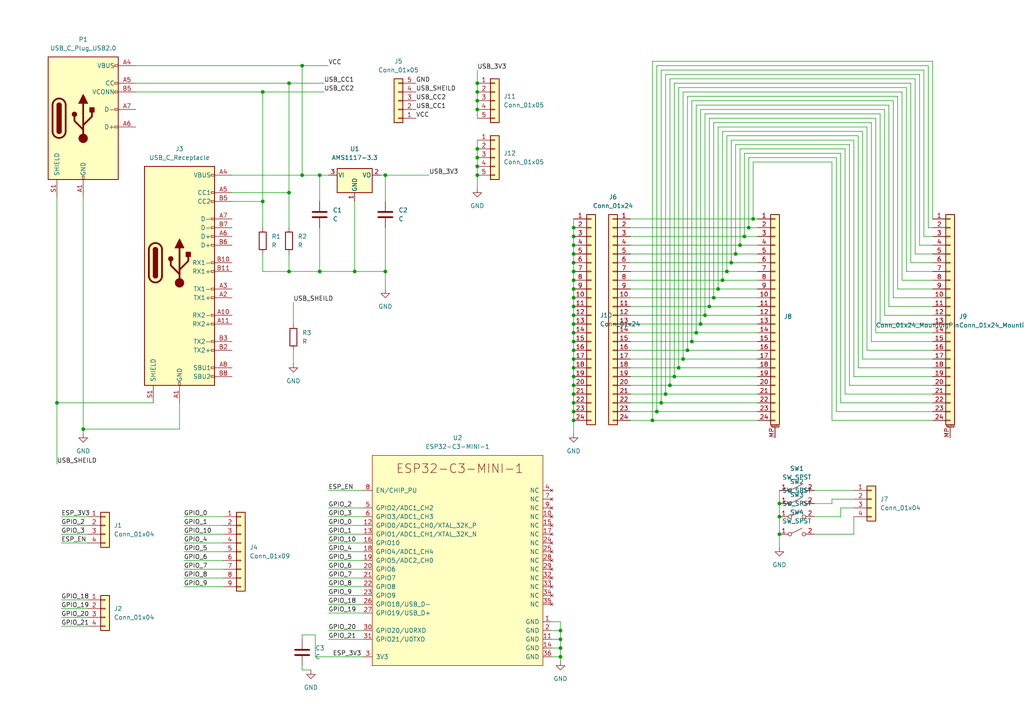
<source format=kicad_sch>
(kicad_sch (version 20211123) (generator eeschema)
  (paper "A4")
  (lib_symbols
    (symbol "Connector:USB_C_Plug_USB2.0" (pin_names (offset 1.016))
      (property "Reference" "P" (at -10.16 19.05 0))
      (property "Value" "USB_C_Plug_USB2.0" (at 12.7 19.05 0))
      (symbol "USB_C_Plug_USB2.0_0_0"
        (rectangle (start -0.254 -17.78) (end 0.254 -16.764))
        (rectangle (start 10.16 -2.286) (end 9.144 -2.794))
        (rectangle (start 10.16 2.794) (end 9.144 2.286))
        (rectangle (start 10.16 7.874) (end 9.144 7.366))
        (rectangle (start 10.16 10.414) (end 9.144 9.906))
        (rectangle (start 10.16 15.494) (end 9.144 14.986))
      )
      (symbol "USB_C_Plug_USB2.0_0_1"
        (rectangle (start -10.16 17.78) (end 10.16 -17.78) (stroke (width 0.254)) (fill (type background)))
        (arc (start -8.89 -3.81) (mid -6.985 -5.715) (end -5.08 -3.81) (stroke (width 0.508)))
        (arc (start -7.62 -3.81) (mid -6.985 -4.445) (end -6.35 -3.81) (stroke (width 0.254)))
        (arc (start -7.62 -3.81) (mid -6.985 -4.445) (end -6.35 -3.81) (stroke (width 0.254)) (fill (type outline)))
        (rectangle (start -7.62 -3.81) (end -6.35 3.81) (stroke (width 0.254)) (fill (type outline)))
        (arc (start -6.35 3.81) (mid -6.985 4.445) (end -7.62 3.81) (stroke (width 0.254)))
        (arc (start -6.35 3.81) (mid -6.985 4.445) (end -7.62 3.81) (stroke (width 0.254)) (fill (type outline)))
        (arc (start -5.08 3.81) (mid -6.985 5.715) (end -8.89 3.81) (stroke (width 0.508)))
        (circle (center -2.54 1.143) (radius 0.635) (stroke (width 0.254)) (fill (type outline)))
        (circle (center 0 -5.842) (radius 1.27) (fill (type outline)))
        (polyline (pts (xy -8.89 -3.81) (xy -8.89 3.81)) (stroke (width 0.508)))
        (polyline (pts (xy -5.08 3.81) (xy -5.08 -3.81)) (stroke (width 0.508)))
        (polyline (pts (xy 0 -5.842) (xy 0 4.318)) (stroke (width 0.508)))
        (polyline (pts (xy 0 -3.302) (xy -2.54 -0.762) (xy -2.54 0.508)) (stroke (width 0.508)))
        (polyline (pts (xy 0 -2.032) (xy 2.54 0.508) (xy 2.54 1.778)) (stroke (width 0.508)))
        (polyline (pts (xy -1.27 4.318) (xy 0 6.858) (xy 1.27 4.318) (xy -1.27 4.318)) (stroke (width 0.254)) (fill (type outline)))
        (rectangle (start 1.905 1.778) (end 3.175 3.048) (stroke (width 0.254)) (fill (type outline)))
      )
      (symbol "USB_C_Plug_USB2.0_1_1"
        (pin passive line (at 0 -22.86 90) (length 5.08) (name "GND") (number "A1"))
        (pin passive line (at 0 -22.86 90) (length 5.08) hide (name "GND") (number "A12"))
        (pin passive line (at 15.24 15.24 180) (length 5.08) (name "VBUS") (number "A4"))
        (pin bidirectional line (at 15.24 10.16 180) (length 5.08) (name "CC") (number "A5"))
        (pin bidirectional line (at 15.24 -2.54 180) (length 5.08) (name "D+") (number "A6"))
        (pin bidirectional line (at 15.24 2.54 180) (length 5.08) (name "D-") (number "A7"))
        (pin passive line (at 15.24 15.24 180) (length 5.08) hide (name "VBUS") (number "A9"))
        (pin passive line (at 0 -22.86 90) (length 5.08) hide (name "GND") (number "B1"))
        (pin passive line (at 0 -22.86 90) (length 5.08) hide (name "GND") (number "B12"))
        (pin passive line (at 15.24 15.24 180) (length 5.08) hide (name "VBUS") (number "B4"))
        (pin bidirectional line (at 15.24 7.62 180) (length 5.08) (name "VCONN") (number "B5"))
        (pin passive line (at 15.24 15.24 180) (length 5.08) hide (name "VBUS") (number "B9"))
        (pin passive line (at -7.62 -22.86 90) (length 5.08) (name "SHIELD") (number "S1"))
      )
    )
    (symbol "Connector:USB_C_Receptacle" (pin_names (offset 1.016))
      (property "Reference" "J" (at -10.16 29.21 0))
      (property "Value" "USB_C_Receptacle" (at 10.16 29.21 0))
      (symbol "USB_C_Receptacle_0_0"
        (rectangle (start -0.254 -35.56) (end 0.254 -34.544))
        (rectangle (start 10.16 -32.766) (end 9.144 -33.274))
        (rectangle (start 10.16 -30.226) (end 9.144 -30.734))
        (rectangle (start 10.16 -25.146) (end 9.144 -25.654))
        (rectangle (start 10.16 -22.606) (end 9.144 -23.114))
        (rectangle (start 10.16 -17.526) (end 9.144 -18.034))
        (rectangle (start 10.16 -14.986) (end 9.144 -15.494))
        (rectangle (start 10.16 -9.906) (end 9.144 -10.414))
        (rectangle (start 10.16 -7.366) (end 9.144 -7.874))
        (rectangle (start 10.16 -2.286) (end 9.144 -2.794))
        (rectangle (start 10.16 0.254) (end 9.144 -0.254))
        (rectangle (start 10.16 5.334) (end 9.144 4.826))
        (rectangle (start 10.16 7.874) (end 9.144 7.366))
        (rectangle (start 10.16 10.414) (end 9.144 9.906))
        (rectangle (start 10.16 12.954) (end 9.144 12.446))
        (rectangle (start 10.16 18.034) (end 9.144 17.526))
        (rectangle (start 10.16 20.574) (end 9.144 20.066))
        (rectangle (start 10.16 25.654) (end 9.144 25.146))
      )
      (symbol "USB_C_Receptacle_0_1"
        (rectangle (start -10.16 27.94) (end 10.16 -35.56) (stroke (width 0.254)) (fill (type background)))
        (arc (start -8.89 -3.81) (mid -6.985 -5.715) (end -5.08 -3.81) (stroke (width 0.508)))
        (arc (start -7.62 -3.81) (mid -6.985 -4.445) (end -6.35 -3.81) (stroke (width 0.254)))
        (arc (start -7.62 -3.81) (mid -6.985 -4.445) (end -6.35 -3.81) (stroke (width 0.254)) (fill (type outline)))
        (rectangle (start -7.62 -3.81) (end -6.35 3.81) (stroke (width 0.254)) (fill (type outline)))
        (arc (start -6.35 3.81) (mid -6.985 4.445) (end -7.62 3.81) (stroke (width 0.254)))
        (arc (start -6.35 3.81) (mid -6.985 4.445) (end -7.62 3.81) (stroke (width 0.254)) (fill (type outline)))
        (arc (start -5.08 3.81) (mid -6.985 5.715) (end -8.89 3.81) (stroke (width 0.508)))
        (polyline (pts (xy -8.89 -3.81) (xy -8.89 3.81)) (stroke (width 0.508)))
        (polyline (pts (xy -5.08 3.81) (xy -5.08 -3.81)) (stroke (width 0.508)))
      )
      (symbol "USB_C_Receptacle_1_1"
        (circle (center -2.54 1.143) (radius 0.635) (stroke (width 0.254)) (fill (type outline)))
        (circle (center 0 -5.842) (radius 1.27) (fill (type outline)))
        (polyline (pts (xy 0 -5.842) (xy 0 4.318)) (stroke (width 0.508)))
        (polyline (pts (xy 0 -3.302) (xy -2.54 -0.762) (xy -2.54 0.508)) (stroke (width 0.508)))
        (polyline (pts (xy 0 -2.032) (xy 2.54 0.508) (xy 2.54 1.778)) (stroke (width 0.508)))
        (polyline (pts (xy -1.27 4.318) (xy 0 6.858) (xy 1.27 4.318) (xy -1.27 4.318)) (stroke (width 0.254)) (fill (type outline)))
        (rectangle (start 1.905 1.778) (end 3.175 3.048) (stroke (width 0.254)) (fill (type outline)))
        (pin passive line (at 0 -40.64 90) (length 5.08) (name "GND") (number "A1"))
        (pin bidirectional line (at 15.24 -15.24 180) (length 5.08) (name "RX2-") (number "A10"))
        (pin bidirectional line (at 15.24 -17.78 180) (length 5.08) (name "RX2+") (number "A11"))
        (pin passive line (at 0 -40.64 90) (length 5.08) hide (name "GND") (number "A12"))
        (pin bidirectional line (at 15.24 -10.16 180) (length 5.08) (name "TX1+") (number "A2"))
        (pin bidirectional line (at 15.24 -7.62 180) (length 5.08) (name "TX1-") (number "A3"))
        (pin passive line (at 15.24 25.4 180) (length 5.08) (name "VBUS") (number "A4"))
        (pin bidirectional line (at 15.24 20.32 180) (length 5.08) (name "CC1") (number "A5"))
        (pin bidirectional line (at 15.24 7.62 180) (length 5.08) (name "D+") (number "A6"))
        (pin bidirectional line (at 15.24 12.7 180) (length 5.08) (name "D-") (number "A7"))
        (pin bidirectional line (at 15.24 -30.48 180) (length 5.08) (name "SBU1") (number "A8"))
        (pin passive line (at 15.24 25.4 180) (length 5.08) hide (name "VBUS") (number "A9"))
        (pin passive line (at 0 -40.64 90) (length 5.08) hide (name "GND") (number "B1"))
        (pin bidirectional line (at 15.24 0 180) (length 5.08) (name "RX1-") (number "B10"))
        (pin bidirectional line (at 15.24 -2.54 180) (length 5.08) (name "RX1+") (number "B11"))
        (pin passive line (at 0 -40.64 90) (length 5.08) hide (name "GND") (number "B12"))
        (pin bidirectional line (at 15.24 -25.4 180) (length 5.08) (name "TX2+") (number "B2"))
        (pin bidirectional line (at 15.24 -22.86 180) (length 5.08) (name "TX2-") (number "B3"))
        (pin passive line (at 15.24 25.4 180) (length 5.08) hide (name "VBUS") (number "B4"))
        (pin bidirectional line (at 15.24 17.78 180) (length 5.08) (name "CC2") (number "B5"))
        (pin bidirectional line (at 15.24 5.08 180) (length 5.08) (name "D+") (number "B6"))
        (pin bidirectional line (at 15.24 10.16 180) (length 5.08) (name "D-") (number "B7"))
        (pin bidirectional line (at 15.24 -33.02 180) (length 5.08) (name "SBU2") (number "B8"))
        (pin passive line (at 15.24 25.4 180) (length 5.08) hide (name "VBUS") (number "B9"))
        (pin passive line (at -7.62 -40.64 90) (length 5.08) (name "SHIELD") (number "S1"))
      )
    )
    (symbol "Connector_Generic:Conn_01x04" (pin_names (offset 1.016) hide)
      (property "Reference" "J" (at 0 5.08 0))
      (property "Value" "Conn_01x04" (at 0 -7.62 0))
      (symbol "Conn_01x04_1_1"
        (rectangle (start -1.27 -4.953) (end 0 -5.207) (stroke (width 0.1524)))
        (rectangle (start -1.27 -2.413) (end 0 -2.667) (stroke (width 0.1524)))
        (rectangle (start -1.27 0.127) (end 0 -0.127) (stroke (width 0.1524)))
        (rectangle (start -1.27 2.667) (end 0 2.413) (stroke (width 0.1524)))
        (rectangle (start -1.27 3.81) (end 1.27 -6.35) (stroke (width 0.254)) (fill (type background)))
        (pin passive line (at -5.08 2.54 0) (length 3.81) (name "Pin_1") (number "1"))
        (pin passive line (at -5.08 0 0) (length 3.81) (name "Pin_2") (number "2"))
        (pin passive line (at -5.08 -2.54 0) (length 3.81) (name "Pin_3") (number "3"))
        (pin passive line (at -5.08 -5.08 0) (length 3.81) (name "Pin_4") (number "4"))
      )
    )
    (symbol "Connector_Generic:Conn_01x05" (pin_names (offset 1.016) hide)
      (property "Reference" "J" (at 0 7.62 0))
      (property "Value" "Conn_01x05" (at 0 -7.62 0))
      (symbol "Conn_01x05_1_1"
        (rectangle (start -1.27 -4.953) (end 0 -5.207) (stroke (width 0.1524)))
        (rectangle (start -1.27 -2.413) (end 0 -2.667) (stroke (width 0.1524)))
        (rectangle (start -1.27 0.127) (end 0 -0.127) (stroke (width 0.1524)))
        (rectangle (start -1.27 2.667) (end 0 2.413) (stroke (width 0.1524)))
        (rectangle (start -1.27 5.207) (end 0 4.953) (stroke (width 0.1524)))
        (rectangle (start -1.27 6.35) (end 1.27 -6.35) (stroke (width 0.254)) (fill (type background)))
        (pin passive line (at -5.08 5.08 0) (length 3.81) (name "Pin_1") (number "1"))
        (pin passive line (at -5.08 2.54 0) (length 3.81) (name "Pin_2") (number "2"))
        (pin passive line (at -5.08 0 0) (length 3.81) (name "Pin_3") (number "3"))
        (pin passive line (at -5.08 -2.54 0) (length 3.81) (name "Pin_4") (number "4"))
        (pin passive line (at -5.08 -5.08 0) (length 3.81) (name "Pin_5") (number "5"))
      )
    )
    (symbol "Connector_Generic:Conn_01x09" (pin_names (offset 1.016) hide)
      (property "Reference" "J" (at 0 12.7 0))
      (property "Value" "Conn_01x09" (at 0 -12.7 0))
      (symbol "Conn_01x09_1_1"
        (rectangle (start -1.27 -10.033) (end 0 -10.287) (stroke (width 0.1524)))
        (rectangle (start -1.27 -7.493) (end 0 -7.747) (stroke (width 0.1524)))
        (rectangle (start -1.27 -4.953) (end 0 -5.207) (stroke (width 0.1524)))
        (rectangle (start -1.27 -2.413) (end 0 -2.667) (stroke (width 0.1524)))
        (rectangle (start -1.27 0.127) (end 0 -0.127) (stroke (width 0.1524)))
        (rectangle (start -1.27 2.667) (end 0 2.413) (stroke (width 0.1524)))
        (rectangle (start -1.27 5.207) (end 0 4.953) (stroke (width 0.1524)))
        (rectangle (start -1.27 7.747) (end 0 7.493) (stroke (width 0.1524)))
        (rectangle (start -1.27 10.287) (end 0 10.033) (stroke (width 0.1524)))
        (rectangle (start -1.27 11.43) (end 1.27 -11.43) (stroke (width 0.254)) (fill (type background)))
        (pin passive line (at -5.08 10.16 0) (length 3.81) (name "Pin_1") (number "1"))
        (pin passive line (at -5.08 7.62 0) (length 3.81) (name "Pin_2") (number "2"))
        (pin passive line (at -5.08 5.08 0) (length 3.81) (name "Pin_3") (number "3"))
        (pin passive line (at -5.08 2.54 0) (length 3.81) (name "Pin_4") (number "4"))
        (pin passive line (at -5.08 0 0) (length 3.81) (name "Pin_5") (number "5"))
        (pin passive line (at -5.08 -2.54 0) (length 3.81) (name "Pin_6") (number "6"))
        (pin passive line (at -5.08 -5.08 0) (length 3.81) (name "Pin_7") (number "7"))
        (pin passive line (at -5.08 -7.62 0) (length 3.81) (name "Pin_8") (number "8"))
        (pin passive line (at -5.08 -10.16 0) (length 3.81) (name "Pin_9") (number "9"))
      )
    )
    (symbol "Connector_Generic:Conn_01x24" (pin_names (offset 1.016) hide)
      (property "Reference" "J" (at 0 30.48 0))
      (property "Value" "Conn_01x24" (at 0 -33.02 0))
      (symbol "Conn_01x24_1_1"
        (rectangle (start -1.27 -30.353) (end 0 -30.607) (stroke (width 0.1524)))
        (rectangle (start -1.27 -27.813) (end 0 -28.067) (stroke (width 0.1524)))
        (rectangle (start -1.27 -25.273) (end 0 -25.527) (stroke (width 0.1524)))
        (rectangle (start -1.27 -22.733) (end 0 -22.987) (stroke (width 0.1524)))
        (rectangle (start -1.27 -20.193) (end 0 -20.447) (stroke (width 0.1524)))
        (rectangle (start -1.27 -17.653) (end 0 -17.907) (stroke (width 0.1524)))
        (rectangle (start -1.27 -15.113) (end 0 -15.367) (stroke (width 0.1524)))
        (rectangle (start -1.27 -12.573) (end 0 -12.827) (stroke (width 0.1524)))
        (rectangle (start -1.27 -10.033) (end 0 -10.287) (stroke (width 0.1524)))
        (rectangle (start -1.27 -7.493) (end 0 -7.747) (stroke (width 0.1524)))
        (rectangle (start -1.27 -4.953) (end 0 -5.207) (stroke (width 0.1524)))
        (rectangle (start -1.27 -2.413) (end 0 -2.667) (stroke (width 0.1524)))
        (rectangle (start -1.27 0.127) (end 0 -0.127) (stroke (width 0.1524)))
        (rectangle (start -1.27 2.667) (end 0 2.413) (stroke (width 0.1524)))
        (rectangle (start -1.27 5.207) (end 0 4.953) (stroke (width 0.1524)))
        (rectangle (start -1.27 7.747) (end 0 7.493) (stroke (width 0.1524)))
        (rectangle (start -1.27 10.287) (end 0 10.033) (stroke (width 0.1524)))
        (rectangle (start -1.27 12.827) (end 0 12.573) (stroke (width 0.1524)))
        (rectangle (start -1.27 15.367) (end 0 15.113) (stroke (width 0.1524)))
        (rectangle (start -1.27 17.907) (end 0 17.653) (stroke (width 0.1524)))
        (rectangle (start -1.27 20.447) (end 0 20.193) (stroke (width 0.1524)))
        (rectangle (start -1.27 22.987) (end 0 22.733) (stroke (width 0.1524)))
        (rectangle (start -1.27 25.527) (end 0 25.273) (stroke (width 0.1524)))
        (rectangle (start -1.27 28.067) (end 0 27.813) (stroke (width 0.1524)))
        (rectangle (start -1.27 29.21) (end 1.27 -31.75) (stroke (width 0.254)) (fill (type background)))
        (pin passive line (at -5.08 27.94 0) (length 3.81) (name "Pin_1") (number "1"))
        (pin passive line (at -5.08 5.08 0) (length 3.81) (name "Pin_10") (number "10"))
        (pin passive line (at -5.08 2.54 0) (length 3.81) (name "Pin_11") (number "11"))
        (pin passive line (at -5.08 0 0) (length 3.81) (name "Pin_12") (number "12"))
        (pin passive line (at -5.08 -2.54 0) (length 3.81) (name "Pin_13") (number "13"))
        (pin passive line (at -5.08 -5.08 0) (length 3.81) (name "Pin_14") (number "14"))
        (pin passive line (at -5.08 -7.62 0) (length 3.81) (name "Pin_15") (number "15"))
        (pin passive line (at -5.08 -10.16 0) (length 3.81) (name "Pin_16") (number "16"))
        (pin passive line (at -5.08 -12.7 0) (length 3.81) (name "Pin_17") (number "17"))
        (pin passive line (at -5.08 -15.24 0) (length 3.81) (name "Pin_18") (number "18"))
        (pin passive line (at -5.08 -17.78 0) (length 3.81) (name "Pin_19") (number "19"))
        (pin passive line (at -5.08 25.4 0) (length 3.81) (name "Pin_2") (number "2"))
        (pin passive line (at -5.08 -20.32 0) (length 3.81) (name "Pin_20") (number "20"))
        (pin passive line (at -5.08 -22.86 0) (length 3.81) (name "Pin_21") (number "21"))
        (pin passive line (at -5.08 -25.4 0) (length 3.81) (name "Pin_22") (number "22"))
        (pin passive line (at -5.08 -27.94 0) (length 3.81) (name "Pin_23") (number "23"))
        (pin passive line (at -5.08 -30.48 0) (length 3.81) (name "Pin_24") (number "24"))
        (pin passive line (at -5.08 22.86 0) (length 3.81) (name "Pin_3") (number "3"))
        (pin passive line (at -5.08 20.32 0) (length 3.81) (name "Pin_4") (number "4"))
        (pin passive line (at -5.08 17.78 0) (length 3.81) (name "Pin_5") (number "5"))
        (pin passive line (at -5.08 15.24 0) (length 3.81) (name "Pin_6") (number "6"))
        (pin passive line (at -5.08 12.7 0) (length 3.81) (name "Pin_7") (number "7"))
        (pin passive line (at -5.08 10.16 0) (length 3.81) (name "Pin_8") (number "8"))
        (pin passive line (at -5.08 7.62 0) (length 3.81) (name "Pin_9") (number "9"))
      )
    )
    (symbol "Connector_Generic_MountingPin:Conn_01x24_MountingPin" (pin_names (offset 1.016) hide)
      (property "Reference" "J" (at 0 30.48 0))
      (property "Value" "Conn_01x24_MountingPin" (at 1.27 -33.02 0))
      (symbol "Conn_01x24_MountingPin_1_1"
        (rectangle (start -1.27 -30.353) (end 0 -30.607) (stroke (width 0.1524)))
        (rectangle (start -1.27 -27.813) (end 0 -28.067) (stroke (width 0.1524)))
        (rectangle (start -1.27 -25.273) (end 0 -25.527) (stroke (width 0.1524)))
        (rectangle (start -1.27 -22.733) (end 0 -22.987) (stroke (width 0.1524)))
        (rectangle (start -1.27 -20.193) (end 0 -20.447) (stroke (width 0.1524)))
        (rectangle (start -1.27 -17.653) (end 0 -17.907) (stroke (width 0.1524)))
        (rectangle (start -1.27 -15.113) (end 0 -15.367) (stroke (width 0.1524)))
        (rectangle (start -1.27 -12.573) (end 0 -12.827) (stroke (width 0.1524)))
        (rectangle (start -1.27 -10.033) (end 0 -10.287) (stroke (width 0.1524)))
        (rectangle (start -1.27 -7.493) (end 0 -7.747) (stroke (width 0.1524)))
        (rectangle (start -1.27 -4.953) (end 0 -5.207) (stroke (width 0.1524)))
        (rectangle (start -1.27 -2.413) (end 0 -2.667) (stroke (width 0.1524)))
        (rectangle (start -1.27 0.127) (end 0 -0.127) (stroke (width 0.1524)))
        (rectangle (start -1.27 2.667) (end 0 2.413) (stroke (width 0.1524)))
        (rectangle (start -1.27 5.207) (end 0 4.953) (stroke (width 0.1524)))
        (rectangle (start -1.27 7.747) (end 0 7.493) (stroke (width 0.1524)))
        (rectangle (start -1.27 10.287) (end 0 10.033) (stroke (width 0.1524)))
        (rectangle (start -1.27 12.827) (end 0 12.573) (stroke (width 0.1524)))
        (rectangle (start -1.27 15.367) (end 0 15.113) (stroke (width 0.1524)))
        (rectangle (start -1.27 17.907) (end 0 17.653) (stroke (width 0.1524)))
        (rectangle (start -1.27 20.447) (end 0 20.193) (stroke (width 0.1524)))
        (rectangle (start -1.27 22.987) (end 0 22.733) (stroke (width 0.1524)))
        (rectangle (start -1.27 25.527) (end 0 25.273) (stroke (width 0.1524)))
        (rectangle (start -1.27 28.067) (end 0 27.813) (stroke (width 0.1524)))
        (rectangle (start -1.27 29.21) (end 1.27 -31.75) (stroke (width 0.254)) (fill (type background)))
        (polyline (pts (xy -1.016 -32.512) (xy 1.016 -32.512)) (stroke (width 0.1524)))
        (text "Mounting" (at 0 -32.131 0) (effects (font (size 0.381 0.381))))
        (pin passive line (at -5.08 27.94 0) (length 3.81) (name "Pin_1") (number "1"))
        (pin passive line (at -5.08 5.08 0) (length 3.81) (name "Pin_10") (number "10"))
        (pin passive line (at -5.08 2.54 0) (length 3.81) (name "Pin_11") (number "11"))
        (pin passive line (at -5.08 0 0) (length 3.81) (name "Pin_12") (number "12"))
        (pin passive line (at -5.08 -2.54 0) (length 3.81) (name "Pin_13") (number "13"))
        (pin passive line (at -5.08 -5.08 0) (length 3.81) (name "Pin_14") (number "14"))
        (pin passive line (at -5.08 -7.62 0) (length 3.81) (name "Pin_15") (number "15"))
        (pin passive line (at -5.08 -10.16 0) (length 3.81) (name "Pin_16") (number "16"))
        (pin passive line (at -5.08 -12.7 0) (length 3.81) (name "Pin_17") (number "17"))
        (pin passive line (at -5.08 -15.24 0) (length 3.81) (name "Pin_18") (number "18"))
        (pin passive line (at -5.08 -17.78 0) (length 3.81) (name "Pin_19") (number "19"))
        (pin passive line (at -5.08 25.4 0) (length 3.81) (name "Pin_2") (number "2"))
        (pin passive line (at -5.08 -20.32 0) (length 3.81) (name "Pin_20") (number "20"))
        (pin passive line (at -5.08 -22.86 0) (length 3.81) (name "Pin_21") (number "21"))
        (pin passive line (at -5.08 -25.4 0) (length 3.81) (name "Pin_22") (number "22"))
        (pin passive line (at -5.08 -27.94 0) (length 3.81) (name "Pin_23") (number "23"))
        (pin passive line (at -5.08 -30.48 0) (length 3.81) (name "Pin_24") (number "24"))
        (pin passive line (at -5.08 22.86 0) (length 3.81) (name "Pin_3") (number "3"))
        (pin passive line (at -5.08 20.32 0) (length 3.81) (name "Pin_4") (number "4"))
        (pin passive line (at -5.08 17.78 0) (length 3.81) (name "Pin_5") (number "5"))
        (pin passive line (at -5.08 15.24 0) (length 3.81) (name "Pin_6") (number "6"))
        (pin passive line (at -5.08 12.7 0) (length 3.81) (name "Pin_7") (number "7"))
        (pin passive line (at -5.08 10.16 0) (length 3.81) (name "Pin_8") (number "8"))
        (pin passive line (at -5.08 7.62 0) (length 3.81) (name "Pin_9") (number "9"))
        (pin passive line (at 0 -35.56 90) (length 3.048) (name "MountPin") (number "MP"))
      )
    )
    (symbol "Device:C" (pin_numbers hide) (pin_names (offset 0.254))
      (property "Reference" "C" (at 0.635 2.54 0))
      (property "Value" "C" (at 0.635 -2.54 0))
      (symbol "C_0_1"
        (polyline (pts (xy -2.032 -0.762) (xy 2.032 -0.762)) (stroke (width 0.508)))
        (polyline (pts (xy -2.032 0.762) (xy 2.032 0.762)) (stroke (width 0.508)))
      )
      (symbol "C_1_1"
        (pin passive line (at 0 3.81 270) (length 2.794) (name "~") (number "1"))
        (pin passive line (at 0 -3.81 90) (length 2.794) (name "~") (number "2"))
      )
    )
    (symbol "Device:R" (pin_numbers hide) (pin_names (offset 0))
      (property "Reference" "R" (at 2.032 0 90))
      (property "Value" "R" (at 0 0 90))
      (symbol "R_0_1"
        (rectangle (start -1.016 -2.54) (end 1.016 2.54) (stroke (width 0.254)))
      )
      (symbol "R_1_1"
        (pin passive line (at 0 3.81 270) (length 1.27) (name "~") (number "1"))
        (pin passive line (at 0 -3.81 90) (length 1.27) (name "~") (number "2"))
      )
    )
    (symbol "ESP32:ESP32-C3-MINI-1" (pin_names (offset 1.016))
      (property "Reference" "U" (at 0 33.02 0))
      (property "Value" "ESP32-C3-MINI-1" (at 0 -30.48 0))
      (symbol "ESP32-C3-MINI-1_0_0"
        (text "ESP32-C3-MINI-1" (at 1.27 27.94 0) (effects (font (size 2.54 2.54))))
      )
      (symbol "ESP32-C3-MINI-1_0_1"
        (rectangle (start -24.13 31.75) (end 25.4 -29.21) (fill (type background)))
      )
      (symbol "ESP32-C3-MINI-1_1_1"
        (pin power_in line (at 27.94 -16.51 180) (length 2.54) (name "GND") (number "1"))
        (pin no_connect line (at 27.94 13.97 180) (length 2.54) (name "NC") (number "10"))
        (pin power_in line (at 27.94 -21.59 180) (length 2.54) (name "GND") (number "11"))
        (pin bidirectional line (at -26.67 11.43 0) (length 2.54) (name "GPIO0/ADC1_CH0/XTAL_32K_P") (number "12"))
        (pin bidirectional line (at -26.67 8.89 0) (length 2.54) (name "GPIO1/ADC1_CH1/XTAL_32K_N") (number "13"))
        (pin power_in line (at 27.94 -24.13 180) (length 2.54) (name "GND") (number "14"))
        (pin no_connect line (at 27.94 11.43 180) (length 2.54) (name "NC") (number "15"))
        (pin bidirectional line (at -26.67 6.35 0) (length 2.54) (name "GPIO10") (number "16"))
        (pin no_connect line (at 27.94 8.89 180) (length 2.54) (name "NC") (number "17"))
        (pin bidirectional line (at -26.67 3.81 0) (length 2.54) (name "GPIO4/ADC1_CH4") (number "18"))
        (pin bidirectional line (at -26.67 1.27 0) (length 2.54) (name "GPIO5/ADC2_CH0") (number "19"))
        (pin power_in line (at 27.94 -19.05 180) (length 2.54) (name "GND") (number "2"))
        (pin bidirectional line (at -26.67 -1.27 0) (length 2.54) (name "GPIO6") (number "20"))
        (pin bidirectional line (at -26.67 -3.81 0) (length 2.54) (name "GPIO7") (number "21"))
        (pin bidirectional line (at -26.67 -6.35 0) (length 2.54) (name "GPIO8") (number "22"))
        (pin bidirectional line (at -26.67 -8.89 0) (length 2.54) (name "GPIO9") (number "23"))
        (pin no_connect line (at 27.94 6.35 180) (length 2.54) (name "NC") (number "24"))
        (pin no_connect line (at 27.94 3.81 180) (length 2.54) (name "NC") (number "25"))
        (pin bidirectional line (at -26.67 -11.43 0) (length 2.54) (name "GPIO18/USB_D-") (number "26"))
        (pin bidirectional line (at -26.67 -13.97 0) (length 2.54) (name "GPIO19/USB_D+") (number "27"))
        (pin no_connect line (at 27.94 1.27 180) (length 2.54) (name "NC") (number "28"))
        (pin no_connect line (at 27.94 -1.27 180) (length 2.54) (name "NC") (number "29"))
        (pin power_in line (at -26.67 -26.67 0) (length 2.54) (name "3V3") (number "3"))
        (pin bidirectional line (at -26.67 -19.05 0) (length 2.54) (name "GPIO20/U0RXD") (number "30"))
        (pin bidirectional line (at -26.67 -21.59 0) (length 2.54) (name "GPIO21/U0TXD") (number "31"))
        (pin no_connect line (at 27.94 -3.81 180) (length 2.54) (name "NC") (number "32"))
        (pin no_connect line (at 27.94 -6.35 180) (length 2.54) (name "NC") (number "33"))
        (pin no_connect line (at 27.94 -8.89 180) (length 2.54) (name "NC") (number "34"))
        (pin no_connect line (at 27.94 -11.43 180) (length 2.54) (name "NC") (number "35"))
        (pin power_in line (at 27.94 -26.67 180) (length 2.54) (name "GND") (number "36"))
        (pin no_connect line (at 27.94 21.59 180) (length 2.54) (name "NC") (number "4"))
        (pin bidirectional line (at -26.67 16.51 0) (length 2.54) (name "GPIO2/ADC1_CH2") (number "5"))
        (pin bidirectional line (at -26.67 13.97 0) (length 2.54) (name "GPIO3/ADC1_CH3") (number "6"))
        (pin no_connect line (at 27.94 19.05 180) (length 2.54) (name "NC") (number "7"))
        (pin input line (at -26.67 21.59 0) (length 2.54) (name "EN/CHIP_PU") (number "8"))
        (pin no_connect line (at 27.94 16.51 180) (length 2.54) (name "NC") (number "9"))
      )
    )
    (symbol "Regulator_Linear:AMS1117-3.3" (pin_names (offset 0.254))
      (property "Reference" "U" (at -3.81 3.175 0))
      (property "Value" "AMS1117-3.3" (at 0 3.175 0))
      (symbol "AMS1117-3.3_0_1"
        (rectangle (start -5.08 -5.08) (end 5.08 1.905) (stroke (width 0.254)) (fill (type background)))
      )
      (symbol "AMS1117-3.3_1_1"
        (pin power_in line (at 0 -7.62 90) (length 2.54) (name "GND") (number "1"))
        (pin power_out line (at 7.62 0 180) (length 2.54) (name "VO") (number "2"))
        (pin power_in line (at -7.62 0 0) (length 2.54) (name "VI") (number "3"))
      )
    )
    (symbol "Switch:SW_SPST" (pin_names (offset 0) hide)
      (property "Reference" "SW" (at 0 3.175 0))
      (property "Value" "SW_SPST" (at 0 -2.54 0))
      (symbol "SW_SPST_0_0"
        (circle (center -2.032 0) (radius 0.508))
        (polyline (pts (xy -1.524 0.254) (xy 1.524 1.778)))
        (circle (center 2.032 0) (radius 0.508))
      )
      (symbol "SW_SPST_1_1"
        (pin passive line (at -5.08 0 0) (length 2.54) (name "A") (number "1"))
        (pin passive line (at 5.08 0 180) (length 2.54) (name "B") (number "2"))
      )
    )
    (symbol "power:GND" (power) (pin_names (offset 0))
      (property "Value" "GND" (at 0 -3.81 0))
      (symbol "GND_0_1"
        (polyline (pts (xy 0 0) (xy 0 -1.27) (xy 1.27 -1.27) (xy 0 -2.54) (xy -1.27 -1.27) (xy 0 -1.27)))
      )
      (symbol "GND_1_1"
        (pin power_in line (at 0 0 270) (length 0) hide (name "GND") (number "1"))
      )
    )
  )
  (junction (at 138.43 43.18))
  (junction (at 201.93 96.52))
  (junction (at 166.37 76.2))
  (junction (at 208.28 83.82))
  (junction (at 24.13 124.46))
  (junction (at 210.82 78.74))
  (junction (at 87.63 50.8))
  (junction (at 138.43 48.26))
  (junction (at 195.58 109.22))
  (junction (at 162.56 187.96))
  (junction (at 166.37 78.74))
  (junction (at 166.37 86.36))
  (junction (at 189.23 121.92))
  (junction (at 213.36 73.66))
  (junction (at 191.77 116.84))
  (junction (at 190.5 119.38))
  (junction (at 102.87 78.74))
  (junction (at 76.2 58.42))
  (junction (at 166.37 104.14))
  (junction (at 218.44 63.5))
  (junction (at 166.37 71.12))
  (junction (at 166.37 106.68))
  (junction (at 83.82 78.74))
  (junction (at 166.37 68.58))
  (junction (at 162.56 182.88))
  (junction (at 166.37 99.06))
  (junction (at 166.37 81.28))
  (junction (at 138.43 31.75))
  (junction (at 138.43 29.21))
  (junction (at 166.37 73.66))
  (junction (at 209.55 81.28))
  (junction (at 111.76 78.74))
  (junction (at 217.17 66.04))
  (junction (at 138.43 26.67))
  (junction (at 87.63 19.05))
  (junction (at 166.37 83.82))
  (junction (at 204.47 91.44))
  (junction (at 196.85 106.68))
  (junction (at 198.12 104.14))
  (junction (at 166.37 116.84))
  (junction (at 212.09 76.2))
  (junction (at 83.82 24.13))
  (junction (at 162.56 190.5))
  (junction (at 226.06 154.94))
  (junction (at 166.37 114.3))
  (junction (at 166.37 93.98))
  (junction (at 138.43 50.8))
  (junction (at 166.37 91.44))
  (junction (at 76.2 26.67))
  (junction (at 193.04 114.3))
  (junction (at 203.2 93.98))
  (junction (at 166.37 88.9))
  (junction (at 166.37 101.6))
  (junction (at 205.74 88.9))
  (junction (at 166.37 121.92))
  (junction (at 214.63 71.12))
  (junction (at 166.37 109.22))
  (junction (at 166.37 119.38))
  (junction (at 166.37 96.52))
  (junction (at 16.51 116.84))
  (junction (at 199.39 101.6))
  (junction (at 207.01 86.36))
  (junction (at 138.43 24.13))
  (junction (at 83.82 55.88))
  (junction (at 92.71 50.8))
  (junction (at 166.37 111.76))
  (junction (at 194.31 111.76))
  (junction (at 226.06 149.86))
  (junction (at 226.06 146.05))
  (junction (at 162.56 185.42))
  (junction (at 166.37 66.04))
  (junction (at 92.71 78.74))
  (junction (at 138.43 45.72))
  (junction (at 111.76 50.8))
  (junction (at 215.9 68.58))
  (junction (at 200.66 99.06))
  (wire (pts (xy 182.88 96.52) (xy 201.93 96.52)))
  (wire (pts (xy 194.31 111.76) (xy 219.71 111.76)))
  (wire (pts (xy 226.06 149.86) (xy 226.06 154.94)))
  (wire (pts (xy 92.71 50.8) (xy 95.25 50.8)))
  (wire (pts (xy 138.43 50.8) (xy 138.43 54.61)))
  (wire (pts (xy 243.84 149.86) (xy 243.84 147.32)))
  (wire (pts (xy 200.66 99.06) (xy 219.71 99.06)))
  (wire (pts (xy 182.88 99.06) (xy 200.66 99.06)))
  (wire (pts (xy 270.51 96.52) (xy 254 96.52)))
  (wire (pts (xy 17.78 181.61) (xy 25.4 181.61)))
  (wire (pts (xy 53.34 170.18) (xy 64.77 170.18)))
  (wire (pts (xy 193.04 114.3) (xy 219.71 114.3)))
  (wire (pts (xy 259.08 86.36) (xy 259.08 29.21)))
  (wire (pts (xy 102.87 78.74) (xy 102.87 58.42)))
  (wire (pts (xy 166.37 119.38) (xy 166.37 121.92)))
  (wire (pts (xy 267.97 20.32) (xy 191.77 20.32)))
  (wire (pts (xy 199.39 101.6) (xy 219.71 101.6)))
  (wire (pts (xy 138.43 45.72) (xy 138.43 48.26)))
  (wire (pts (xy 87.63 184.15) (xy 91.44 184.15)))
  (wire (pts (xy 264.16 76.2) (xy 264.16 24.13)))
  (wire (pts (xy 166.37 88.9) (xy 166.37 91.44)))
  (wire (pts (xy 236.22 154.94) (xy 247.65 154.94)))
  (wire (pts (xy 92.71 78.74) (xy 102.87 78.74)))
  (wire (pts (xy 217.17 66.04) (xy 219.71 66.04)))
  (wire (pts (xy 95.25 172.72) (xy 105.41 172.72)))
  (wire (pts (xy 39.37 19.05) (xy 87.63 19.05)))
  (wire (pts (xy 39.37 26.67) (xy 76.2 26.67)))
  (wire (pts (xy 208.28 83.82) (xy 219.71 83.82)))
  (wire (pts (xy 87.63 185.42) (xy 87.63 184.15)))
  (wire (pts (xy 87.63 194.31) (xy 87.63 193.04)))
  (wire (pts (xy 270.51 111.76) (xy 246.38 111.76)))
  (wire (pts (xy 95.25 177.8) (xy 105.41 177.8)))
  (wire (pts (xy 213.36 41.91) (xy 213.36 73.66)))
  (wire (pts (xy 198.12 26.67) (xy 198.12 104.14)))
  (wire (pts (xy 246.38 41.91) (xy 213.36 41.91)))
  (wire (pts (xy 200.66 29.21) (xy 200.66 99.06)))
  (wire (pts (xy 264.16 24.13) (xy 195.58 24.13)))
  (wire (pts (xy 182.88 109.22) (xy 195.58 109.22)))
  (wire (pts (xy 262.89 78.74) (xy 262.89 25.4)))
  (wire (pts (xy 265.43 73.66) (xy 265.43 22.86)))
  (wire (pts (xy 270.51 88.9) (xy 257.81 88.9)))
  (wire (pts (xy 111.76 50.8) (xy 124.46 50.8)))
  (wire (pts (xy 95.25 149.86) (xy 105.41 149.86)))
  (wire (pts (xy 95.25 170.18) (xy 105.41 170.18)))
  (wire (pts (xy 243.84 147.32) (xy 247.65 147.32)))
  (wire (pts (xy 270.51 17.78) (xy 189.23 17.78)))
  (wire (pts (xy 214.63 71.12) (xy 219.71 71.12)))
  (wire (pts (xy 166.37 81.28) (xy 166.37 83.82)))
  (wire (pts (xy 189.23 17.78) (xy 189.23 121.92)))
  (wire (pts (xy 189.23 121.92) (xy 219.71 121.92)))
  (wire (pts (xy 166.37 91.44) (xy 166.37 93.98)))
  (wire (pts (xy 245.11 43.18) (xy 214.63 43.18)))
  (wire (pts (xy 95.25 162.56) (xy 105.41 162.56)))
  (wire (pts (xy 182.88 81.28) (xy 209.55 81.28)))
  (wire (pts (xy 166.37 114.3) (xy 166.37 116.84)))
  (wire (pts (xy 242.57 119.38) (xy 242.57 45.72)))
  (wire (pts (xy 215.9 44.45) (xy 215.9 68.58)))
  (wire (pts (xy 260.35 27.94) (xy 199.39 27.94)))
  (wire (pts (xy 53.34 157.48) (xy 64.77 157.48)))
  (wire (pts (xy 236.22 146.05) (xy 241.3 146.05)))
  (wire (pts (xy 207.01 35.56) (xy 207.01 86.36)))
  (wire (pts (xy 52.07 116.84) (xy 52.07 124.46)))
  (wire (pts (xy 205.74 34.29) (xy 205.74 88.9)))
  (wire (pts (xy 95.25 182.88) (xy 105.41 182.88)))
  (wire (pts (xy 162.56 182.88) (xy 162.56 185.42)))
  (wire (pts (xy 162.56 180.34) (xy 162.56 182.88)))
  (wire (pts (xy 87.63 19.05) (xy 95.25 19.05)))
  (wire (pts (xy 267.97 68.58) (xy 267.97 20.32)))
  (wire (pts (xy 166.37 109.22) (xy 166.37 111.76)))
  (wire (pts (xy 214.63 43.18) (xy 214.63 71.12)))
  (wire (pts (xy 182.88 121.92) (xy 189.23 121.92)))
  (wire (pts (xy 111.76 50.8) (xy 110.49 50.8)))
  (wire (pts (xy 252.73 99.06) (xy 252.73 35.56)))
  (wire (pts (xy 95.25 147.32) (xy 105.41 147.32)))
  (wire (pts (xy 201.93 96.52) (xy 219.71 96.52)))
  (wire (pts (xy 182.88 93.98) (xy 203.2 93.98)))
  (wire (pts (xy 212.09 76.2) (xy 219.71 76.2)))
  (wire (pts (xy 182.88 106.68) (xy 196.85 106.68)))
  (wire (pts (xy 166.37 104.14) (xy 166.37 106.68)))
  (wire (pts (xy 67.31 50.8) (xy 87.63 50.8)))
  (wire (pts (xy 261.62 26.67) (xy 198.12 26.67)))
  (wire (pts (xy 76.2 58.42) (xy 67.31 58.42)))
  (wire (pts (xy 95.25 175.26) (xy 105.41 175.26)))
  (wire (pts (xy 17.78 173.99) (xy 25.4 173.99)))
  (wire (pts (xy 269.24 19.05) (xy 190.5 19.05)))
  (wire (pts (xy 83.82 66.04) (xy 83.82 55.88)))
  (wire (pts (xy 270.51 71.12) (xy 266.7 71.12)))
  (wire (pts (xy 270.51 68.58) (xy 267.97 68.58)))
  (wire (pts (xy 250.19 38.1) (xy 209.55 38.1)))
  (wire (pts (xy 236.22 149.86) (xy 243.84 149.86)))
  (wire (pts (xy 190.5 19.05) (xy 190.5 119.38)))
  (wire (pts (xy 182.88 66.04) (xy 217.17 66.04)))
  (wire (pts (xy 95.25 154.94) (xy 105.41 154.94)))
  (wire (pts (xy 166.37 121.92) (xy 166.37 125.73)))
  (wire (pts (xy 217.17 45.72) (xy 217.17 66.04)))
  (wire (pts (xy 87.63 50.8) (xy 92.71 50.8)))
  (wire (pts (xy 52.07 124.46) (xy 24.13 124.46)))
  (wire (pts (xy 111.76 66.04) (xy 111.76 78.74)))
  (wire (pts (xy 245.11 114.3) (xy 245.11 43.18)))
  (wire (pts (xy 166.37 63.5) (xy 166.37 66.04)))
  (wire (pts (xy 182.88 101.6) (xy 199.39 101.6)))
  (wire (pts (xy 24.13 124.46) (xy 24.13 125.73)))
  (wire (pts (xy 17.78 179.07) (xy 25.4 179.07)))
  (wire (pts (xy 16.51 116.84) (xy 44.45 116.84)))
  (wire (pts (xy 182.88 63.5) (xy 218.44 63.5)))
  (wire (pts (xy 95.25 152.4) (xy 105.41 152.4)))
  (wire (pts (xy 138.43 31.75) (xy 138.43 34.29)))
  (wire (pts (xy 199.39 27.94) (xy 199.39 101.6)))
  (wire (pts (xy 166.37 66.04) (xy 166.37 68.58)))
  (wire (pts (xy 182.88 73.66) (xy 213.36 73.66)))
  (wire (pts (xy 182.88 68.58) (xy 215.9 68.58)))
  (wire (pts (xy 95.25 157.48) (xy 105.41 157.48)))
  (wire (pts (xy 270.51 116.84) (xy 243.84 116.84)))
  (wire (pts (xy 236.22 142.24) (xy 247.65 142.24)))
  (wire (pts (xy 53.34 167.64) (xy 64.77 167.64)))
  (wire (pts (xy 212.09 40.64) (xy 212.09 76.2)))
  (wire (pts (xy 248.92 106.68) (xy 248.92 39.37)))
  (wire (pts (xy 270.51 63.5) (xy 270.51 17.78)))
  (wire (pts (xy 166.37 68.58) (xy 166.37 71.12)))
  (wire (pts (xy 195.58 24.13) (xy 195.58 109.22)))
  (wire (pts (xy 208.28 36.83) (xy 208.28 83.82)))
  (wire (pts (xy 270.51 99.06) (xy 252.73 99.06)))
  (wire (pts (xy 166.37 71.12) (xy 166.37 73.66)))
  (wire (pts (xy 138.43 26.67) (xy 138.43 29.21)))
  (wire (pts (xy 166.37 78.74) (xy 166.37 81.28)))
  (wire (pts (xy 210.82 39.37) (xy 210.82 78.74)))
  (wire (pts (xy 209.55 81.28) (xy 219.71 81.28)))
  (wire (pts (xy 95.25 185.42) (xy 105.41 185.42)))
  (wire (pts (xy 241.3 146.05) (xy 241.3 144.78)))
  (wire (pts (xy 95.25 160.02) (xy 105.41 160.02)))
  (wire (pts (xy 160.02 180.34) (xy 162.56 180.34)))
  (wire (pts (xy 166.37 73.66) (xy 166.37 76.2)))
  (wire (pts (xy 24.13 57.15) (xy 24.13 124.46)))
  (wire (pts (xy 138.43 43.18) (xy 138.43 45.72)))
  (wire (pts (xy 255.27 93.98) (xy 255.27 33.02)))
  (wire (pts (xy 270.51 66.04) (xy 269.24 66.04)))
  (wire (pts (xy 266.7 21.59) (xy 193.04 21.59)))
  (wire (pts (xy 67.31 55.88) (xy 83.82 55.88)))
  (wire (pts (xy 138.43 40.64) (xy 138.43 43.18)))
  (wire (pts (xy 76.2 73.66) (xy 76.2 78.74)))
  (wire (pts (xy 191.77 20.32) (xy 191.77 116.84)))
  (wire (pts (xy 53.34 152.4) (xy 64.77 152.4)))
  (wire (pts (xy 138.43 48.26) (xy 138.43 50.8)))
  (wire (pts (xy 259.08 29.21) (xy 200.66 29.21)))
  (wire (pts (xy 182.88 78.74) (xy 210.82 78.74)))
  (wire (pts (xy 76.2 26.67) (xy 93.98 26.67)))
  (wire (pts (xy 203.2 31.75) (xy 203.2 93.98)))
  (wire (pts (xy 252.73 35.56) (xy 207.01 35.56)))
  (wire (pts (xy 76.2 66.04) (xy 76.2 58.42)))
  (wire (pts (xy 218.44 46.99) (xy 218.44 63.5)))
  (wire (pts (xy 269.24 66.04) (xy 269.24 19.05)))
  (wire (pts (xy 270.51 81.28) (xy 261.62 81.28)))
  (wire (pts (xy 166.37 93.98) (xy 166.37 96.52)))
  (wire (pts (xy 53.34 160.02) (xy 64.77 160.02)))
  (wire (pts (xy 194.31 22.86) (xy 194.31 111.76)))
  (wire (pts (xy 111.76 78.74) (xy 102.87 78.74)))
  (wire (pts (xy 261.62 81.28) (xy 261.62 26.67)))
  (wire (pts (xy 166.37 76.2) (xy 166.37 78.74)))
  (wire (pts (xy 92.71 66.04) (xy 92.71 78.74)))
  (wire (pts (xy 248.92 39.37) (xy 210.82 39.37)))
  (wire (pts (xy 17.78 149.86) (xy 25.4 149.86)))
  (wire (pts (xy 270.51 93.98) (xy 255.27 93.98)))
  (wire (pts (xy 138.43 24.13) (xy 138.43 26.67)))
  (wire (pts (xy 83.82 24.13) (xy 83.82 55.88)))
  (wire (pts (xy 255.27 33.02) (xy 204.47 33.02)))
  (wire (pts (xy 270.51 104.14) (xy 250.19 104.14)))
  (wire (pts (xy 260.35 83.82) (xy 260.35 27.94)))
  (wire (pts (xy 247.65 109.22) (xy 247.65 40.64)))
  (wire (pts (xy 16.51 57.15) (xy 16.51 116.84)))
  (wire (pts (xy 191.77 116.84) (xy 219.71 116.84)))
  (wire (pts (xy 166.37 86.36) (xy 166.37 88.9)))
  (wire (pts (xy 270.51 73.66) (xy 265.43 73.66)))
  (wire (pts (xy 270.51 86.36) (xy 259.08 86.36)))
  (wire (pts (xy 262.89 25.4) (xy 196.85 25.4)))
  (wire (pts (xy 166.37 116.84) (xy 166.37 119.38)))
  (wire (pts (xy 76.2 78.74) (xy 83.82 78.74)))
  (wire (pts (xy 182.88 71.12) (xy 214.63 71.12)))
  (wire (pts (xy 196.85 106.68) (xy 219.71 106.68)))
  (wire (pts (xy 182.88 88.9) (xy 205.74 88.9)))
  (wire (pts (xy 166.37 83.82) (xy 166.37 86.36)))
  (wire (pts (xy 195.58 109.22) (xy 219.71 109.22)))
  (wire (pts (xy 182.88 116.84) (xy 191.77 116.84)))
  (wire (pts (xy 251.46 36.83) (xy 208.28 36.83)))
  (wire (pts (xy 182.88 111.76) (xy 194.31 111.76)))
  (wire (pts (xy 182.88 83.82) (xy 208.28 83.82)))
  (wire (pts (xy 182.88 119.38) (xy 190.5 119.38)))
  (wire (pts (xy 160.02 185.42) (xy 162.56 185.42)))
  (wire (pts (xy 246.38 111.76) (xy 246.38 41.91)))
  (wire (pts (xy 226.06 142.24) (xy 226.06 146.05)))
  (wire (pts (xy 201.93 30.48) (xy 201.93 96.52)))
  (wire (pts (xy 85.09 101.6) (xy 85.09 105.41)))
  (wire (pts (xy 138.43 20.32) (xy 138.43 24.13)))
  (wire (pts (xy 204.47 33.02) (xy 204.47 91.44)))
  (wire (pts (xy 270.51 114.3) (xy 245.11 114.3)))
  (wire (pts (xy 270.51 106.68) (xy 248.92 106.68)))
  (wire (pts (xy 91.44 190.5) (xy 105.41 190.5)))
  (wire (pts (xy 193.04 21.59) (xy 193.04 114.3)))
  (wire (pts (xy 17.78 152.4) (xy 25.4 152.4)))
  (wire (pts (xy 160.02 187.96) (xy 162.56 187.96)))
  (wire (pts (xy 166.37 96.52) (xy 166.37 99.06)))
  (wire (pts (xy 226.06 154.94) (xy 226.06 158.75)))
  (wire (pts (xy 17.78 154.94) (xy 25.4 154.94)))
  (wire (pts (xy 207.01 86.36) (xy 219.71 86.36)))
  (wire (pts (xy 39.37 24.13) (xy 83.82 24.13)))
  (wire (pts (xy 270.51 91.44) (xy 256.54 91.44)))
  (wire (pts (xy 270.51 109.22) (xy 247.65 109.22)))
  (wire (pts (xy 257.81 88.9) (xy 257.81 30.48)))
  (wire (pts (xy 241.3 144.78) (xy 247.65 144.78)))
  (wire (pts (xy 83.82 78.74) (xy 92.71 78.74)))
  (wire (pts (xy 196.85 25.4) (xy 196.85 106.68)))
  (wire (pts (xy 83.82 24.13) (xy 93.98 24.13)))
  (wire (pts (xy 243.84 116.84) (xy 243.84 44.45)))
  (wire (pts (xy 162.56 190.5) (xy 162.56 191.77)))
  (wire (pts (xy 250.19 104.14) (xy 250.19 38.1)))
  (wire (pts (xy 182.88 86.36) (xy 207.01 86.36)))
  (wire (pts (xy 266.7 71.12) (xy 266.7 21.59)))
  (wire (pts (xy 90.17 194.31) (xy 87.63 194.31)))
  (wire (pts (xy 166.37 99.06) (xy 166.37 101.6)))
  (wire (pts (xy 17.78 157.48) (xy 25.4 157.48)))
  (wire (pts (xy 210.82 78.74) (xy 219.71 78.74)))
  (wire (pts (xy 205.74 88.9) (xy 219.71 88.9)))
  (wire (pts (xy 95.25 165.1) (xy 105.41 165.1)))
  (wire (pts (xy 254 34.29) (xy 205.74 34.29)))
  (wire (pts (xy 91.44 184.15) (xy 91.44 190.5)))
  (wire (pts (xy 241.3 46.99) (xy 218.44 46.99)))
  (wire (pts (xy 83.82 78.74) (xy 83.82 73.66)))
  (wire (pts (xy 182.88 104.14) (xy 198.12 104.14)))
  (wire (pts (xy 251.46 101.6) (xy 251.46 36.83)))
  (wire (pts (xy 265.43 22.86) (xy 194.31 22.86)))
  (wire (pts (xy 270.51 121.92) (xy 241.3 121.92)))
  (wire (pts (xy 226.06 146.05) (xy 226.06 149.86)))
  (wire (pts (xy 53.34 149.86) (xy 64.77 149.86)))
  (wire (pts (xy 95.25 167.64) (xy 105.41 167.64)))
  (wire (pts (xy 270.51 76.2) (xy 264.16 76.2)))
  (wire (pts (xy 270.51 119.38) (xy 242.57 119.38)))
  (wire (pts (xy 213.36 73.66) (xy 219.71 73.66)))
  (wire (pts (xy 111.76 58.42) (xy 111.76 50.8)))
  (wire (pts (xy 111.76 78.74) (xy 111.76 83.82)))
  (wire (pts (xy 182.88 76.2) (xy 212.09 76.2)))
  (wire (pts (xy 270.51 101.6) (xy 251.46 101.6)))
  (wire (pts (xy 247.65 154.94) (xy 247.65 149.86)))
  (wire (pts (xy 203.2 93.98) (xy 219.71 93.98)))
  (wire (pts (xy 182.88 114.3) (xy 193.04 114.3)))
  (wire (pts (xy 256.54 91.44) (xy 256.54 31.75)))
  (wire (pts (xy 166.37 111.76) (xy 166.37 114.3)))
  (wire (pts (xy 138.43 29.21) (xy 138.43 31.75)))
  (wire (pts (xy 198.12 104.14) (xy 219.71 104.14)))
  (wire (pts (xy 160.02 190.5) (xy 162.56 190.5)))
  (wire (pts (xy 85.09 87.63) (xy 85.09 93.98)))
  (wire (pts (xy 166.37 106.68) (xy 166.37 109.22)))
  (wire (pts (xy 76.2 26.67) (xy 76.2 58.42)))
  (wire (pts (xy 53.34 165.1) (xy 64.77 165.1)))
  (wire (pts (xy 270.51 83.82) (xy 260.35 83.82)))
  (wire (pts (xy 53.34 162.56) (xy 64.77 162.56)))
  (wire (pts (xy 243.84 44.45) (xy 215.9 44.45)))
  (wire (pts (xy 247.65 40.64) (xy 212.09 40.64)))
  (wire (pts (xy 17.78 176.53) (xy 25.4 176.53)))
  (wire (pts (xy 16.51 116.84) (xy 16.51 134.62)))
  (wire (pts (xy 256.54 31.75) (xy 203.2 31.75)))
  (wire (pts (xy 241.3 121.92) (xy 241.3 46.99)))
  (wire (pts (xy 160.02 182.88) (xy 162.56 182.88)))
  (wire (pts (xy 242.57 45.72) (xy 217.17 45.72)))
  (wire (pts (xy 182.88 91.44) (xy 204.47 91.44)))
  (wire (pts (xy 257.81 30.48) (xy 201.93 30.48)))
  (wire (pts (xy 270.51 78.74) (xy 262.89 78.74)))
  (wire (pts (xy 87.63 19.05) (xy 87.63 50.8)))
  (wire (pts (xy 53.34 154.94) (xy 64.77 154.94)))
  (wire (pts (xy 92.71 50.8) (xy 92.71 58.42)))
  (wire (pts (xy 190.5 119.38) (xy 219.71 119.38)))
  (wire (pts (xy 166.37 101.6) (xy 166.37 104.14)))
  (wire (pts (xy 209.55 38.1) (xy 209.55 81.28)))
  (wire (pts (xy 215.9 68.58) (xy 219.71 68.58)))
  (wire (pts (xy 95.25 142.24) (xy 105.41 142.24)))
  (wire (pts (xy 162.56 185.42) (xy 162.56 187.96)))
  (wire (pts (xy 218.44 63.5) (xy 219.71 63.5)))
  (wire (pts (xy 254 96.52) (xy 254 34.29)))
  (wire (pts (xy 204.47 91.44) (xy 219.71 91.44)))
  (wire (pts (xy 162.56 187.96) (xy 162.56 190.5)))
  (label "ESP_EN" (at 95.25 142.24 0))
  (label "GPIO_6" (at 95.25 165.1 0))
  (label "USB_CC2" (at 120.65 29.21 0))
  (label "GPIO_0" (at 95.25 152.4 0))
  (label "GPIO_7" (at 53.34 165.1 0))
  (label "GPIO_9" (at 53.34 170.18 0))
  (label "GPIO_4" (at 95.25 160.02 0))
  (label "GPIO_7" (at 95.25 167.64 0))
  (label "GPIO_20" (at 95.25 182.88 0))
  (label "GPIO_2" (at 95.25 147.32 0))
  (label "GPIO_19" (at 95.25 177.8 0))
  (label "GPIO_9" (at 95.25 172.72 0))
  (label "ESP_3V3" (at 17.78 149.86 0))
  (label "ESP_3V3" (at 96.52 190.5 0))
  (label "GPIO_4" (at 53.34 157.48 0))
  (label "GPIO_21" (at 17.78 181.61 0))
  (label "GPIO_2" (at 17.78 152.4 0))
  (label "USB_CC2" (at 93.98 26.67 0))
  (label "USB_SHEILD" (at 16.51 134.62 0))
  (label "GPIO_0" (at 53.34 149.86 0))
  (label "GPIO_5" (at 95.25 162.56 0))
  (label "GPIO_10" (at 53.34 154.94 0))
  (label "GND" (at 120.65 24.13 0))
  (label "VCC" (at 120.65 34.29 0))
  (label "GPIO_3" (at 95.25 149.86 0))
  (label "USB_SHEILD" (at 85.09 87.63 0))
  (label "GPIO_20" (at 17.78 179.07 0))
  (label "USB_CC1" (at 93.98 24.13 0))
  (label "USB_CC1" (at 120.65 31.75 0))
  (label "GPIO_5" (at 53.34 160.02 0))
  (label "GPIO_1" (at 95.25 154.94 0))
  (label "USB_SHEILD" (at 120.65 26.67 0))
  (label "GPIO_8" (at 53.34 167.64 0))
  (label "USB_3V3" (at 138.43 20.32 0))
  (label "GPIO_10" (at 95.25 157.48 0))
  (label "GPIO_21" (at 95.25 185.42 0))
  (label "GPIO_18" (at 17.78 173.99 0))
  (label "VCC" (at 95.25 19.05 0))
  (label "GPIO_6" (at 53.34 162.56 0))
  (label "GPIO_1" (at 53.34 152.4 0))
  (label "GPIO_8" (at 95.25 170.18 0))
  (label "GPIO_19" (at 17.78 176.53 0))
  (label "GPIO_18" (at 95.25 175.26 0))
  (label "USB_3V3" (at 124.46 50.8 0))
  (label "GPIO_3" (at 17.78 154.94 0))
  (label "ESP_EN" (at 17.78 157.48 0))
  (symbol (lib_id "Regulator_Linear:AMS1117-3.3") (at 102.87 50.8 0) (unit 1)
    (property "Reference" "U1" (at 102.87 43.18 0))
    (property "Value" "AMS1117-3.3" (at 102.87 45.72 0))
    (property "Footprint" "Package_TO_SOT_SMD:SOT-223-3_TabPin2" (effects hide))
    (property "Datasheet" "http://www.advanced-monolithic.com/pdf/ds1117.pdf" (effects hide))
  )
  (symbol (lib_id "Switch:SW_SPST") (at 231.14 154.94 0) (unit 1)
    (property "Reference" "SW4" (at 231.14 148.59 0))
    (property "Value" "SW_SPST" (at 231.14 151.13 0))
    (property "Footprint" "Button_Switch_SMD:SW_SPST_SKQG_WithStem" (effects hide))
  )
  (symbol (lib_id "power:GND") (at 226.06 158.75 0) (unit 1)
    (property "Reference" "#PWR0107" (effects hide))
    (property "Value" "GND" (at 226.06 163.83 0))
  )
  (symbol (lib_id "Connector_Generic:Conn_01x09") (at 69.85 160.02 0) (unit 1)
    (property "Reference" "J4" (at 72.39 158.7499 0) (effects (justify left)))
    (property "Value" "Conn_01x09" (at 72.39 161.2899 0) (effects (justify left)))
    (property "Footprint" "Connector_PinHeader_2.54mm:PinHeader_1x09_P2.54mm_Vertical" (effects hide))
  )
  (symbol (lib_id "power:GND") (at 24.13 125.73 0) (unit 1)
    (property "Reference" "#PWR0104" (effects hide))
    (property "Value" "GND" (at 24.13 130.81 0))
  )
  (symbol (lib_id "Connector_Generic:Conn_01x05") (at 115.57 29.21 180) (unit 1)
    (property "Reference" "J5" (at 115.57 17.78 0))
    (property "Value" "Conn_01x05" (at 115.57 20.32 0))
    (property "Footprint" "Connector_PinHeader_2.54mm:PinHeader_1x05_P2.54mm_Vertical" (effects hide))
  )
  (symbol (lib_id "Switch:SW_SPST") (at 231.14 149.86 0) (unit 1)
    (property "Reference" "SW3" (at 231.14 143.51 0))
    (property "Value" "SW_SPST" (at 231.14 146.05 0))
    (property "Footprint" "Button_Switch_SMD:SW_SPST_SKQG_WithStem" (effects hide))
  )
  (symbol (lib_id "Connector:USB_C_Receptacle") (at 52.07 76.2 0) (unit 1)
    (property "Reference" "J3" (at 52.07 43.18 0))
    (property "Value" "USB_C_Receptacle" (at 52.07 45.72 0))
    (property "Footprint" "Connector_USB:USB_C_Receptacle_XKB_U262-16XN-4BVC11" (effects hide))
    (property "Datasheet" "https://www.usb.org/sites/default/files/documents/usb_type-c.zip" (effects hide))
  )
  (symbol (lib_id "Connector_Generic_MountingPin:Conn_01x24_MountingPin") (at 224.79 91.44 0) (unit 1)
    (property "Reference" "J8" (at 227.33 91.7955 0) (effects (justify left)))
    (property "Value" "Conn_01x24_MountingPin" (at 254 94.3355 0) (effects (justify left)))
    (property "Footprint" "Connector_FFC-FPC:Hirose_FH12-24S-0.5SH_1x24-1MP_P0.50mm_Horizontal" (effects hide))
  )
  (symbol (lib_id "Switch:SW_SPST") (at 231.14 142.24 0) (unit 1)
    (property "Reference" "SW1" (at 231.14 135.89 0))
    (property "Value" "SW_SPST" (at 231.14 138.43 0))
    (property "Footprint" "Button_Switch_SMD:SW_SPST_SKQG_WithStem" (effects hide))
  )
  (symbol (lib_id "ESP32:ESP32-C3-MINI-1") (at 132.08 163.83 0) (unit 1)
    (property "Reference" "U2" (at 132.715 127 0))
    (property "Value" "ESP32-C3-MINI-1" (at 132.715 129.54 0))
    (property "Footprint" "Espressif:ESP32-C3-MINI-1" (effects hide))
    (property "Datasheet" "https://www.espressif.com/sites/default/files/documentation/esp32-c3-mini-1_datasheet_en.pdf" (effects hide))
  )
  (symbol (lib_id "Switch:SW_SPST") (at 231.14 146.05 0) (unit 1)
    (property "Reference" "SW2" (at 231.14 139.7 0))
    (property "Value" "SW_SPST" (at 231.14 142.24 0))
    (property "Footprint" "Button_Switch_SMD:SW_SPST_SKQG_WithStem" (effects hide))
  )
  (symbol (lib_id "Device:R") (at 76.2 69.85 180) (unit 1)
    (property "Reference" "R1" (at 78.74 68.5799 0) (effects (justify right)))
    (property "Value" "R" (at 78.74 71.1199 0) (effects (justify right)))
    (property "Footprint" "Resistor_SMD:R_0805_2012Metric_Pad1.20x1.40mm_HandSolder" (effects hide))
  )
  (symbol (lib_id "Connector_Generic:Conn_01x04") (at 30.48 176.53 0) (unit 1)
    (property "Reference" "J2" (at 33.02 176.5299 0) (effects (justify left)))
    (property "Value" "Conn_01x04" (at 33.02 179.0699 0) (effects (justify left)))
    (property "Footprint" "Connector_PinHeader_2.54mm:PinHeader_1x04_P2.54mm_Vertical" (effects hide))
  )
  (symbol (lib_id "power:GND") (at 166.37 125.73 0) (unit 1)
    (property "Reference" "#PWR0106" (effects hide))
    (property "Value" "GND" (at 166.37 130.81 0))
  )
  (symbol (lib_id "power:GND") (at 111.76 83.82 0) (unit 1)
    (property "Reference" "#PWR0103" (effects hide))
    (property "Value" "GND" (at 111.76 88.9 0))
  )
  (symbol (lib_id "Connector_Generic:Conn_01x24") (at 171.45 91.44 0) (unit 1)
    (property "Reference" "J10" (at 173.99 91.4399 0) (effects (justify left)))
    (property "Value" "Conn_01x24" (at 173.99 93.9799 0) (effects (justify left)))
    (property "Footprint" "Connector_PinHeader_2.54mm:PinHeader_1x24_P2.54mm_Vertical" (effects hide))
  )
  (symbol (lib_id "power:GND") (at 162.56 191.77 0) (unit 1)
    (property "Reference" "#PWR0101" (effects hide))
    (property "Value" "GND" (at 162.56 196.85 0))
  )
  (symbol (lib_id "Connector_Generic_MountingPin:Conn_01x24_MountingPin") (at 275.59 91.44 0) (unit 1)
    (property "Reference" "J9" (at 278.13 91.7955 0) (effects (justify left)))
    (property "Value" "Conn_01x24_MountingPin" (at 278.13 94.3355 0) (effects (justify left)))
    (property "Footprint" "Connector_FFC-FPC:Hirose_FH12-24S-0.5SH_1x24-1MP_P0.50mm_Horizontal" (effects hide))
  )
  (symbol (lib_id "Connector_Generic:Conn_01x05") (at 143.51 45.72 0) (unit 1)
    (property "Reference" "J12" (at 146.05 44.4499 0) (effects (justify left)))
    (property "Value" "Conn_01x05" (at 146.05 46.9899 0) (effects (justify left)))
    (property "Footprint" "Connector_PinHeader_2.54mm:PinHeader_1x05_P2.54mm_Vertical" (effects hide))
  )
  (symbol (lib_id "power:GND") (at 90.17 194.31 0) (unit 1)
    (property "Reference" "#PWR0109" (effects hide))
    (property "Value" "GND" (at 90.17 199.39 0))
  )
  (symbol (lib_id "Connector:USB_C_Plug_USB2.0") (at 24.13 34.29 0) (unit 1)
    (property "Reference" "P1" (at 24.13 11.43 0))
    (property "Value" "USB_C_Plug_USB2.0" (at 24.13 13.97 0))
    (property "Datasheet" "https://www.usb.org/sites/default/files/documents/usb_type-c.zip" (effects hide))
  )
  (symbol (lib_id "Device:C") (at 111.76 62.23 0) (unit 1)
    (property "Reference" "C2" (at 115.57 60.9599 0) (effects (justify left)))
    (property "Value" "C" (at 115.57 63.4999 0) (effects (justify left)))
    (property "Footprint" "Capacitor_SMD:C_1206_3216Metric_Pad1.33x1.80mm_HandSolder" (effects hide))
  )
  (symbol (lib_id "Connector_Generic:Conn_01x24") (at 177.8 91.44 0) (mirror y) (unit 1)
    (property "Reference" "J6" (at 177.8 57.15 0))
    (property "Value" "Conn_01x24" (at 177.8 59.69 0))
    (property "Footprint" "Connector_PinHeader_2.54mm:PinHeader_1x24_P2.54mm_Vertical" (effects hide))
  )
  (symbol (lib_id "Connector_Generic:Conn_01x04") (at 252.73 144.78 0) (unit 1)
    (property "Reference" "J7" (at 255.27 144.7799 0) (effects (justify left)))
    (property "Value" "Conn_01x04" (at 255.27 147.3199 0) (effects (justify left)))
    (property "Footprint" "Connector_PinHeader_2.54mm:PinHeader_1x04_P2.54mm_Vertical" (effects hide))
  )
  (symbol (lib_id "Device:R") (at 83.82 69.85 0) (unit 1)
    (property "Reference" "R2" (at 86.36 68.5799 0) (effects (justify left)))
    (property "Value" "R" (at 86.36 71.1199 0) (effects (justify left)))
    (property "Footprint" "Resistor_SMD:R_0805_2012Metric_Pad1.20x1.40mm_HandSolder" (effects hide))
  )
  (symbol (lib_id "Connector_Generic:Conn_01x04") (at 30.48 152.4 0) (unit 1)
    (property "Reference" "J1" (at 33.02 152.3999 0) (effects (justify left)))
    (property "Value" "Conn_01x04" (at 33.02 154.9399 0) (effects (justify left)))
    (property "Footprint" "Connector_PinHeader_2.54mm:PinHeader_1x04_P2.54mm_Vertical" (effects hide))
  )
  (symbol (lib_id "Device:C") (at 87.63 189.23 0) (unit 1)
    (property "Reference" "C3" (at 91.44 187.9599 0) (effects (justify left)))
    (property "Value" "C" (at 91.44 190.4999 0) (effects (justify left)))
    (property "Footprint" "Capacitor_SMD:C_0805_2012Metric_Pad1.18x1.45mm_HandSolder" (effects hide))
  )
  (symbol (lib_id "Device:R") (at 85.09 97.79 0) (unit 1)
    (property "Reference" "R3" (at 87.63 96.5199 0) (effects (justify left)))
    (property "Value" "R" (at 87.63 99.0599 0) (effects (justify left)))
    (property "Footprint" "Resistor_SMD:R_0805_2012Metric_Pad1.20x1.40mm_HandSolder" (effects hide))
  )
  (symbol (lib_id "Connector_Generic:Conn_01x05") (at 143.51 29.21 0) (unit 1)
    (property "Reference" "J11" (at 146.05 27.9399 0) (effects (justify left)))
    (property "Value" "Conn_01x05" (at 146.05 30.4799 0) (effects (justify left)))
    (property "Footprint" "Connector_PinHeader_2.54mm:PinHeader_1x05_P2.54mm_Vertical" (effects hide))
  )
  (symbol (lib_id "power:GND") (at 85.09 105.41 0) (unit 1)
    (property "Reference" "#PWR0105" (effects hide))
    (property "Value" "GND" (at 85.09 110.49 0))
  )
  (symbol (lib_id "Device:C") (at 92.71 62.23 0) (unit 1)
    (property "Reference" "C1" (at 96.52 60.9599 0) (effects (justify left)))
    (property "Value" "C" (at 96.52 63.4999 0) (effects (justify left)))
    (property "Footprint" "Capacitor_SMD:C_0805_2012Metric_Pad1.18x1.45mm_HandSolder" (effects hide))
  )
  (symbol (lib_id "power:GND") (at 138.43 54.61 0) (unit 1)
    (property "Reference" "#PWR0108" (effects hide))
    (property "Value" "GND" (at 138.43 59.69 0))
  )
)
</source>
